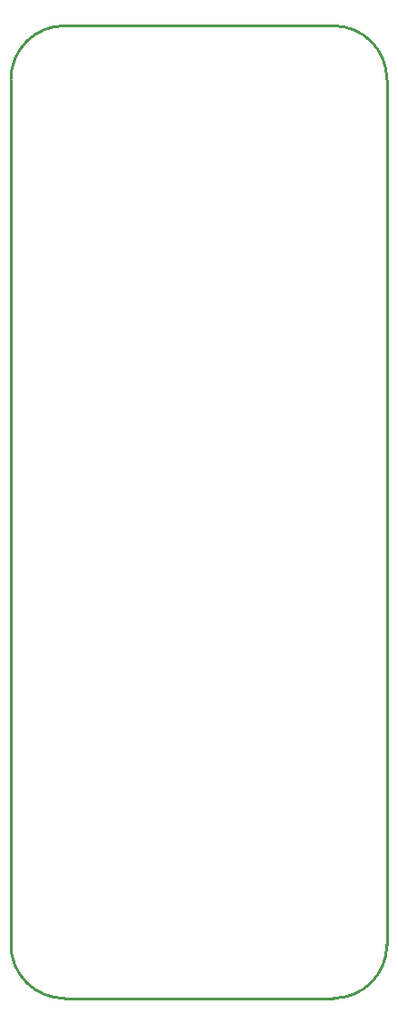
<source format=gko>
G04*
G04 #@! TF.GenerationSoftware,Altium Limited,Altium Designer,18.1.9 (240)*
G04*
G04 Layer_Color=16711935*
%FSLAX25Y25*%
%MOIN*%
G70*
G01*
G75*
%ADD15C,0.01000*%
D15*
X152100Y-285D02*
G03*
X171785Y19400I0J19685D01*
G01*
X33515D02*
G03*
X53200Y-285I19685J0D01*
G01*
X171785Y336800D02*
G03*
X152100Y356485I-19685J0D01*
G01*
X53200D02*
G03*
X33515Y336800I0J-19685D01*
G01*
X53200Y356485D02*
X152100D01*
X171785Y19400D02*
Y336700D01*
X53200Y-285D02*
X152100D01*
X33515Y19400D02*
Y336700D01*
M02*

</source>
